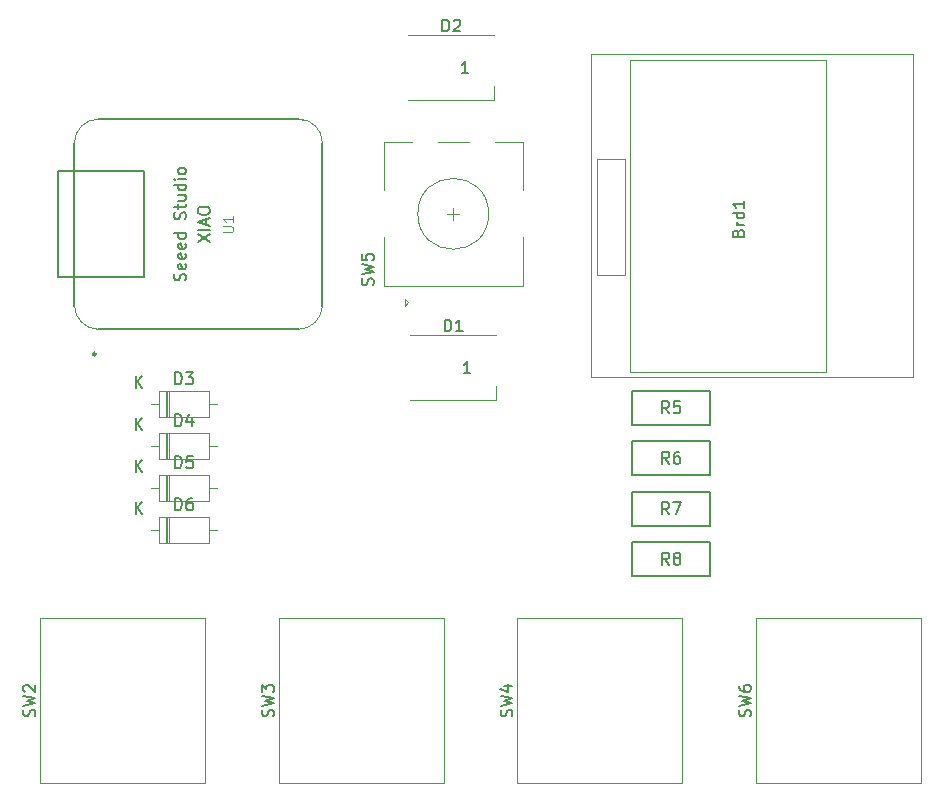
<source format=gbr>
%TF.GenerationSoftware,KiCad,Pcbnew,7.0.10*%
%TF.CreationDate,2024-10-20T20:49:14-04:00*%
%TF.ProjectId,Watch_Hackpad,57617463-685f-4486-9163-6b7061642e6b,rev?*%
%TF.SameCoordinates,Original*%
%TF.FileFunction,Legend,Top*%
%TF.FilePolarity,Positive*%
%FSLAX46Y46*%
G04 Gerber Fmt 4.6, Leading zero omitted, Abs format (unit mm)*
G04 Created by KiCad (PCBNEW 7.0.10) date 2024-10-20 20:49:14*
%MOMM*%
%LPD*%
G01*
G04 APERTURE LIST*
%ADD10C,0.150000*%
%ADD11C,0.101600*%
%ADD12C,0.120000*%
%ADD13C,0.127000*%
%ADD14C,0.254000*%
%ADD15C,0.025400*%
%ADD16C,0.152400*%
G04 APERTURE END LIST*
D10*
X191336905Y-62879819D02*
X191336905Y-61879819D01*
X191336905Y-61879819D02*
X191575000Y-61879819D01*
X191575000Y-61879819D02*
X191717857Y-61927438D01*
X191717857Y-61927438D02*
X191813095Y-62022676D01*
X191813095Y-62022676D02*
X191860714Y-62117914D01*
X191860714Y-62117914D02*
X191908333Y-62308390D01*
X191908333Y-62308390D02*
X191908333Y-62451247D01*
X191908333Y-62451247D02*
X191860714Y-62641723D01*
X191860714Y-62641723D02*
X191813095Y-62736961D01*
X191813095Y-62736961D02*
X191717857Y-62832200D01*
X191717857Y-62832200D02*
X191575000Y-62879819D01*
X191575000Y-62879819D02*
X191336905Y-62879819D01*
X192860714Y-62879819D02*
X192289286Y-62879819D01*
X192575000Y-62879819D02*
X192575000Y-61879819D01*
X192575000Y-61879819D02*
X192479762Y-62022676D01*
X192479762Y-62022676D02*
X192384524Y-62117914D01*
X192384524Y-62117914D02*
X192289286Y-62165533D01*
X193535714Y-66404819D02*
X192964286Y-66404819D01*
X193250000Y-66404819D02*
X193250000Y-65404819D01*
X193250000Y-65404819D02*
X193154762Y-65547676D01*
X193154762Y-65547676D02*
X193059524Y-65642914D01*
X193059524Y-65642914D02*
X192964286Y-65690533D01*
D11*
X172556985Y-54477333D02*
X173276652Y-54477333D01*
X173276652Y-54477333D02*
X173361318Y-54435000D01*
X173361318Y-54435000D02*
X173403652Y-54392666D01*
X173403652Y-54392666D02*
X173445985Y-54308000D01*
X173445985Y-54308000D02*
X173445985Y-54138666D01*
X173445985Y-54138666D02*
X173403652Y-54054000D01*
X173403652Y-54054000D02*
X173361318Y-54011666D01*
X173361318Y-54011666D02*
X173276652Y-53969333D01*
X173276652Y-53969333D02*
X172556985Y-53969333D01*
X173445985Y-53080333D02*
X173445985Y-53588333D01*
X173445985Y-53334333D02*
X172556985Y-53334333D01*
X172556985Y-53334333D02*
X172683985Y-53419000D01*
X172683985Y-53419000D02*
X172768652Y-53503667D01*
X172768652Y-53503667D02*
X172810985Y-53588333D01*
D10*
X169407200Y-58561904D02*
X169454819Y-58419047D01*
X169454819Y-58419047D02*
X169454819Y-58180952D01*
X169454819Y-58180952D02*
X169407200Y-58085714D01*
X169407200Y-58085714D02*
X169359580Y-58038095D01*
X169359580Y-58038095D02*
X169264342Y-57990476D01*
X169264342Y-57990476D02*
X169169104Y-57990476D01*
X169169104Y-57990476D02*
X169073866Y-58038095D01*
X169073866Y-58038095D02*
X169026247Y-58085714D01*
X169026247Y-58085714D02*
X168978628Y-58180952D01*
X168978628Y-58180952D02*
X168931009Y-58371428D01*
X168931009Y-58371428D02*
X168883390Y-58466666D01*
X168883390Y-58466666D02*
X168835771Y-58514285D01*
X168835771Y-58514285D02*
X168740533Y-58561904D01*
X168740533Y-58561904D02*
X168645295Y-58561904D01*
X168645295Y-58561904D02*
X168550057Y-58514285D01*
X168550057Y-58514285D02*
X168502438Y-58466666D01*
X168502438Y-58466666D02*
X168454819Y-58371428D01*
X168454819Y-58371428D02*
X168454819Y-58133333D01*
X168454819Y-58133333D02*
X168502438Y-57990476D01*
X169407200Y-57180952D02*
X169454819Y-57276190D01*
X169454819Y-57276190D02*
X169454819Y-57466666D01*
X169454819Y-57466666D02*
X169407200Y-57561904D01*
X169407200Y-57561904D02*
X169311961Y-57609523D01*
X169311961Y-57609523D02*
X168931009Y-57609523D01*
X168931009Y-57609523D02*
X168835771Y-57561904D01*
X168835771Y-57561904D02*
X168788152Y-57466666D01*
X168788152Y-57466666D02*
X168788152Y-57276190D01*
X168788152Y-57276190D02*
X168835771Y-57180952D01*
X168835771Y-57180952D02*
X168931009Y-57133333D01*
X168931009Y-57133333D02*
X169026247Y-57133333D01*
X169026247Y-57133333D02*
X169121485Y-57609523D01*
X169407200Y-56323809D02*
X169454819Y-56419047D01*
X169454819Y-56419047D02*
X169454819Y-56609523D01*
X169454819Y-56609523D02*
X169407200Y-56704761D01*
X169407200Y-56704761D02*
X169311961Y-56752380D01*
X169311961Y-56752380D02*
X168931009Y-56752380D01*
X168931009Y-56752380D02*
X168835771Y-56704761D01*
X168835771Y-56704761D02*
X168788152Y-56609523D01*
X168788152Y-56609523D02*
X168788152Y-56419047D01*
X168788152Y-56419047D02*
X168835771Y-56323809D01*
X168835771Y-56323809D02*
X168931009Y-56276190D01*
X168931009Y-56276190D02*
X169026247Y-56276190D01*
X169026247Y-56276190D02*
X169121485Y-56752380D01*
X169407200Y-55466666D02*
X169454819Y-55561904D01*
X169454819Y-55561904D02*
X169454819Y-55752380D01*
X169454819Y-55752380D02*
X169407200Y-55847618D01*
X169407200Y-55847618D02*
X169311961Y-55895237D01*
X169311961Y-55895237D02*
X168931009Y-55895237D01*
X168931009Y-55895237D02*
X168835771Y-55847618D01*
X168835771Y-55847618D02*
X168788152Y-55752380D01*
X168788152Y-55752380D02*
X168788152Y-55561904D01*
X168788152Y-55561904D02*
X168835771Y-55466666D01*
X168835771Y-55466666D02*
X168931009Y-55419047D01*
X168931009Y-55419047D02*
X169026247Y-55419047D01*
X169026247Y-55419047D02*
X169121485Y-55895237D01*
X169454819Y-54561904D02*
X168454819Y-54561904D01*
X169407200Y-54561904D02*
X169454819Y-54657142D01*
X169454819Y-54657142D02*
X169454819Y-54847618D01*
X169454819Y-54847618D02*
X169407200Y-54942856D01*
X169407200Y-54942856D02*
X169359580Y-54990475D01*
X169359580Y-54990475D02*
X169264342Y-55038094D01*
X169264342Y-55038094D02*
X168978628Y-55038094D01*
X168978628Y-55038094D02*
X168883390Y-54990475D01*
X168883390Y-54990475D02*
X168835771Y-54942856D01*
X168835771Y-54942856D02*
X168788152Y-54847618D01*
X168788152Y-54847618D02*
X168788152Y-54657142D01*
X168788152Y-54657142D02*
X168835771Y-54561904D01*
X169407200Y-53371427D02*
X169454819Y-53228570D01*
X169454819Y-53228570D02*
X169454819Y-52990475D01*
X169454819Y-52990475D02*
X169407200Y-52895237D01*
X169407200Y-52895237D02*
X169359580Y-52847618D01*
X169359580Y-52847618D02*
X169264342Y-52799999D01*
X169264342Y-52799999D02*
X169169104Y-52799999D01*
X169169104Y-52799999D02*
X169073866Y-52847618D01*
X169073866Y-52847618D02*
X169026247Y-52895237D01*
X169026247Y-52895237D02*
X168978628Y-52990475D01*
X168978628Y-52990475D02*
X168931009Y-53180951D01*
X168931009Y-53180951D02*
X168883390Y-53276189D01*
X168883390Y-53276189D02*
X168835771Y-53323808D01*
X168835771Y-53323808D02*
X168740533Y-53371427D01*
X168740533Y-53371427D02*
X168645295Y-53371427D01*
X168645295Y-53371427D02*
X168550057Y-53323808D01*
X168550057Y-53323808D02*
X168502438Y-53276189D01*
X168502438Y-53276189D02*
X168454819Y-53180951D01*
X168454819Y-53180951D02*
X168454819Y-52942856D01*
X168454819Y-52942856D02*
X168502438Y-52799999D01*
X168788152Y-52514284D02*
X168788152Y-52133332D01*
X168454819Y-52371427D02*
X169311961Y-52371427D01*
X169311961Y-52371427D02*
X169407200Y-52323808D01*
X169407200Y-52323808D02*
X169454819Y-52228570D01*
X169454819Y-52228570D02*
X169454819Y-52133332D01*
X168788152Y-51371427D02*
X169454819Y-51371427D01*
X168788152Y-51799998D02*
X169311961Y-51799998D01*
X169311961Y-51799998D02*
X169407200Y-51752379D01*
X169407200Y-51752379D02*
X169454819Y-51657141D01*
X169454819Y-51657141D02*
X169454819Y-51514284D01*
X169454819Y-51514284D02*
X169407200Y-51419046D01*
X169407200Y-51419046D02*
X169359580Y-51371427D01*
X169454819Y-50466665D02*
X168454819Y-50466665D01*
X169407200Y-50466665D02*
X169454819Y-50561903D01*
X169454819Y-50561903D02*
X169454819Y-50752379D01*
X169454819Y-50752379D02*
X169407200Y-50847617D01*
X169407200Y-50847617D02*
X169359580Y-50895236D01*
X169359580Y-50895236D02*
X169264342Y-50942855D01*
X169264342Y-50942855D02*
X168978628Y-50942855D01*
X168978628Y-50942855D02*
X168883390Y-50895236D01*
X168883390Y-50895236D02*
X168835771Y-50847617D01*
X168835771Y-50847617D02*
X168788152Y-50752379D01*
X168788152Y-50752379D02*
X168788152Y-50561903D01*
X168788152Y-50561903D02*
X168835771Y-50466665D01*
X169454819Y-49990474D02*
X168788152Y-49990474D01*
X168454819Y-49990474D02*
X168502438Y-50038093D01*
X168502438Y-50038093D02*
X168550057Y-49990474D01*
X168550057Y-49990474D02*
X168502438Y-49942855D01*
X168502438Y-49942855D02*
X168454819Y-49990474D01*
X168454819Y-49990474D02*
X168550057Y-49990474D01*
X169454819Y-49371427D02*
X169407200Y-49466665D01*
X169407200Y-49466665D02*
X169359580Y-49514284D01*
X169359580Y-49514284D02*
X169264342Y-49561903D01*
X169264342Y-49561903D02*
X168978628Y-49561903D01*
X168978628Y-49561903D02*
X168883390Y-49514284D01*
X168883390Y-49514284D02*
X168835771Y-49466665D01*
X168835771Y-49466665D02*
X168788152Y-49371427D01*
X168788152Y-49371427D02*
X168788152Y-49228570D01*
X168788152Y-49228570D02*
X168835771Y-49133332D01*
X168835771Y-49133332D02*
X168883390Y-49085713D01*
X168883390Y-49085713D02*
X168978628Y-49038094D01*
X168978628Y-49038094D02*
X169264342Y-49038094D01*
X169264342Y-49038094D02*
X169359580Y-49085713D01*
X169359580Y-49085713D02*
X169407200Y-49133332D01*
X169407200Y-49133332D02*
X169454819Y-49228570D01*
X169454819Y-49228570D02*
X169454819Y-49371427D01*
X170454819Y-55323808D02*
X171454819Y-54657142D01*
X170454819Y-54657142D02*
X171454819Y-55323808D01*
X171454819Y-54276189D02*
X170454819Y-54276189D01*
X171169104Y-53847618D02*
X171169104Y-53371428D01*
X171454819Y-53942856D02*
X170454819Y-53609523D01*
X170454819Y-53609523D02*
X171454819Y-53276190D01*
X170454819Y-52752380D02*
X170454819Y-52561904D01*
X170454819Y-52561904D02*
X170502438Y-52466666D01*
X170502438Y-52466666D02*
X170597676Y-52371428D01*
X170597676Y-52371428D02*
X170788152Y-52323809D01*
X170788152Y-52323809D02*
X171121485Y-52323809D01*
X171121485Y-52323809D02*
X171311961Y-52371428D01*
X171311961Y-52371428D02*
X171407200Y-52466666D01*
X171407200Y-52466666D02*
X171454819Y-52561904D01*
X171454819Y-52561904D02*
X171454819Y-52752380D01*
X171454819Y-52752380D02*
X171407200Y-52847618D01*
X171407200Y-52847618D02*
X171311961Y-52942856D01*
X171311961Y-52942856D02*
X171121485Y-52990475D01*
X171121485Y-52990475D02*
X170788152Y-52990475D01*
X170788152Y-52990475D02*
X170597676Y-52942856D01*
X170597676Y-52942856D02*
X170502438Y-52847618D01*
X170502438Y-52847618D02*
X170454819Y-52752380D01*
X168526905Y-78009819D02*
X168526905Y-77009819D01*
X168526905Y-77009819D02*
X168765000Y-77009819D01*
X168765000Y-77009819D02*
X168907857Y-77057438D01*
X168907857Y-77057438D02*
X169003095Y-77152676D01*
X169003095Y-77152676D02*
X169050714Y-77247914D01*
X169050714Y-77247914D02*
X169098333Y-77438390D01*
X169098333Y-77438390D02*
X169098333Y-77581247D01*
X169098333Y-77581247D02*
X169050714Y-77771723D01*
X169050714Y-77771723D02*
X169003095Y-77866961D01*
X169003095Y-77866961D02*
X168907857Y-77962200D01*
X168907857Y-77962200D02*
X168765000Y-78009819D01*
X168765000Y-78009819D02*
X168526905Y-78009819D01*
X169955476Y-77009819D02*
X169765000Y-77009819D01*
X169765000Y-77009819D02*
X169669762Y-77057438D01*
X169669762Y-77057438D02*
X169622143Y-77105057D01*
X169622143Y-77105057D02*
X169526905Y-77247914D01*
X169526905Y-77247914D02*
X169479286Y-77438390D01*
X169479286Y-77438390D02*
X169479286Y-77819342D01*
X169479286Y-77819342D02*
X169526905Y-77914580D01*
X169526905Y-77914580D02*
X169574524Y-77962200D01*
X169574524Y-77962200D02*
X169669762Y-78009819D01*
X169669762Y-78009819D02*
X169860238Y-78009819D01*
X169860238Y-78009819D02*
X169955476Y-77962200D01*
X169955476Y-77962200D02*
X170003095Y-77914580D01*
X170003095Y-77914580D02*
X170050714Y-77819342D01*
X170050714Y-77819342D02*
X170050714Y-77581247D01*
X170050714Y-77581247D02*
X170003095Y-77486009D01*
X170003095Y-77486009D02*
X169955476Y-77438390D01*
X169955476Y-77438390D02*
X169860238Y-77390771D01*
X169860238Y-77390771D02*
X169669762Y-77390771D01*
X169669762Y-77390771D02*
X169574524Y-77438390D01*
X169574524Y-77438390D02*
X169526905Y-77486009D01*
X169526905Y-77486009D02*
X169479286Y-77581247D01*
X165193095Y-78329819D02*
X165193095Y-77329819D01*
X165764523Y-78329819D02*
X165335952Y-77758390D01*
X165764523Y-77329819D02*
X165193095Y-77901247D01*
X168526905Y-67359819D02*
X168526905Y-66359819D01*
X168526905Y-66359819D02*
X168765000Y-66359819D01*
X168765000Y-66359819D02*
X168907857Y-66407438D01*
X168907857Y-66407438D02*
X169003095Y-66502676D01*
X169003095Y-66502676D02*
X169050714Y-66597914D01*
X169050714Y-66597914D02*
X169098333Y-66788390D01*
X169098333Y-66788390D02*
X169098333Y-66931247D01*
X169098333Y-66931247D02*
X169050714Y-67121723D01*
X169050714Y-67121723D02*
X169003095Y-67216961D01*
X169003095Y-67216961D02*
X168907857Y-67312200D01*
X168907857Y-67312200D02*
X168765000Y-67359819D01*
X168765000Y-67359819D02*
X168526905Y-67359819D01*
X169431667Y-66359819D02*
X170050714Y-66359819D01*
X170050714Y-66359819D02*
X169717381Y-66740771D01*
X169717381Y-66740771D02*
X169860238Y-66740771D01*
X169860238Y-66740771D02*
X169955476Y-66788390D01*
X169955476Y-66788390D02*
X170003095Y-66836009D01*
X170003095Y-66836009D02*
X170050714Y-66931247D01*
X170050714Y-66931247D02*
X170050714Y-67169342D01*
X170050714Y-67169342D02*
X170003095Y-67264580D01*
X170003095Y-67264580D02*
X169955476Y-67312200D01*
X169955476Y-67312200D02*
X169860238Y-67359819D01*
X169860238Y-67359819D02*
X169574524Y-67359819D01*
X169574524Y-67359819D02*
X169479286Y-67312200D01*
X169479286Y-67312200D02*
X169431667Y-67264580D01*
X165193095Y-67679819D02*
X165193095Y-66679819D01*
X165764523Y-67679819D02*
X165335952Y-67108390D01*
X165764523Y-66679819D02*
X165193095Y-67251247D01*
X156633200Y-95478332D02*
X156680819Y-95335475D01*
X156680819Y-95335475D02*
X156680819Y-95097380D01*
X156680819Y-95097380D02*
X156633200Y-95002142D01*
X156633200Y-95002142D02*
X156585580Y-94954523D01*
X156585580Y-94954523D02*
X156490342Y-94906904D01*
X156490342Y-94906904D02*
X156395104Y-94906904D01*
X156395104Y-94906904D02*
X156299866Y-94954523D01*
X156299866Y-94954523D02*
X156252247Y-95002142D01*
X156252247Y-95002142D02*
X156204628Y-95097380D01*
X156204628Y-95097380D02*
X156157009Y-95287856D01*
X156157009Y-95287856D02*
X156109390Y-95383094D01*
X156109390Y-95383094D02*
X156061771Y-95430713D01*
X156061771Y-95430713D02*
X155966533Y-95478332D01*
X155966533Y-95478332D02*
X155871295Y-95478332D01*
X155871295Y-95478332D02*
X155776057Y-95430713D01*
X155776057Y-95430713D02*
X155728438Y-95383094D01*
X155728438Y-95383094D02*
X155680819Y-95287856D01*
X155680819Y-95287856D02*
X155680819Y-95049761D01*
X155680819Y-95049761D02*
X155728438Y-94906904D01*
X155680819Y-94573570D02*
X156680819Y-94335475D01*
X156680819Y-94335475D02*
X155966533Y-94144999D01*
X155966533Y-94144999D02*
X156680819Y-93954523D01*
X156680819Y-93954523D02*
X155680819Y-93716428D01*
X155776057Y-93383094D02*
X155728438Y-93335475D01*
X155728438Y-93335475D02*
X155680819Y-93240237D01*
X155680819Y-93240237D02*
X155680819Y-93002142D01*
X155680819Y-93002142D02*
X155728438Y-92906904D01*
X155728438Y-92906904D02*
X155776057Y-92859285D01*
X155776057Y-92859285D02*
X155871295Y-92811666D01*
X155871295Y-92811666D02*
X155966533Y-92811666D01*
X155966533Y-92811666D02*
X156109390Y-92859285D01*
X156109390Y-92859285D02*
X156680819Y-93430713D01*
X156680819Y-93430713D02*
X156680819Y-92811666D01*
X216210009Y-54541666D02*
X216257628Y-54398809D01*
X216257628Y-54398809D02*
X216305247Y-54351190D01*
X216305247Y-54351190D02*
X216400485Y-54303571D01*
X216400485Y-54303571D02*
X216543342Y-54303571D01*
X216543342Y-54303571D02*
X216638580Y-54351190D01*
X216638580Y-54351190D02*
X216686200Y-54398809D01*
X216686200Y-54398809D02*
X216733819Y-54494047D01*
X216733819Y-54494047D02*
X216733819Y-54874999D01*
X216733819Y-54874999D02*
X215733819Y-54874999D01*
X215733819Y-54874999D02*
X215733819Y-54541666D01*
X215733819Y-54541666D02*
X215781438Y-54446428D01*
X215781438Y-54446428D02*
X215829057Y-54398809D01*
X215829057Y-54398809D02*
X215924295Y-54351190D01*
X215924295Y-54351190D02*
X216019533Y-54351190D01*
X216019533Y-54351190D02*
X216114771Y-54398809D01*
X216114771Y-54398809D02*
X216162390Y-54446428D01*
X216162390Y-54446428D02*
X216210009Y-54541666D01*
X216210009Y-54541666D02*
X216210009Y-54874999D01*
X216733819Y-53874999D02*
X216067152Y-53874999D01*
X216257628Y-53874999D02*
X216162390Y-53827380D01*
X216162390Y-53827380D02*
X216114771Y-53779761D01*
X216114771Y-53779761D02*
X216067152Y-53684523D01*
X216067152Y-53684523D02*
X216067152Y-53589285D01*
X216733819Y-52827380D02*
X215733819Y-52827380D01*
X216686200Y-52827380D02*
X216733819Y-52922618D01*
X216733819Y-52922618D02*
X216733819Y-53113094D01*
X216733819Y-53113094D02*
X216686200Y-53208332D01*
X216686200Y-53208332D02*
X216638580Y-53255951D01*
X216638580Y-53255951D02*
X216543342Y-53303570D01*
X216543342Y-53303570D02*
X216257628Y-53303570D01*
X216257628Y-53303570D02*
X216162390Y-53255951D01*
X216162390Y-53255951D02*
X216114771Y-53208332D01*
X216114771Y-53208332D02*
X216067152Y-53113094D01*
X216067152Y-53113094D02*
X216067152Y-52922618D01*
X216067152Y-52922618D02*
X216114771Y-52827380D01*
X216733819Y-51827380D02*
X216733819Y-52398808D01*
X216733819Y-52113094D02*
X215733819Y-52113094D01*
X215733819Y-52113094D02*
X215876676Y-52208332D01*
X215876676Y-52208332D02*
X215971914Y-52303570D01*
X215971914Y-52303570D02*
X216019533Y-52398808D01*
X168526905Y-70909819D02*
X168526905Y-69909819D01*
X168526905Y-69909819D02*
X168765000Y-69909819D01*
X168765000Y-69909819D02*
X168907857Y-69957438D01*
X168907857Y-69957438D02*
X169003095Y-70052676D01*
X169003095Y-70052676D02*
X169050714Y-70147914D01*
X169050714Y-70147914D02*
X169098333Y-70338390D01*
X169098333Y-70338390D02*
X169098333Y-70481247D01*
X169098333Y-70481247D02*
X169050714Y-70671723D01*
X169050714Y-70671723D02*
X169003095Y-70766961D01*
X169003095Y-70766961D02*
X168907857Y-70862200D01*
X168907857Y-70862200D02*
X168765000Y-70909819D01*
X168765000Y-70909819D02*
X168526905Y-70909819D01*
X169955476Y-70243152D02*
X169955476Y-70909819D01*
X169717381Y-69862200D02*
X169479286Y-70576485D01*
X169479286Y-70576485D02*
X170098333Y-70576485D01*
X165193095Y-71229819D02*
X165193095Y-70229819D01*
X165764523Y-71229819D02*
X165335952Y-70658390D01*
X165764523Y-70229819D02*
X165193095Y-70801247D01*
X168526905Y-74459819D02*
X168526905Y-73459819D01*
X168526905Y-73459819D02*
X168765000Y-73459819D01*
X168765000Y-73459819D02*
X168907857Y-73507438D01*
X168907857Y-73507438D02*
X169003095Y-73602676D01*
X169003095Y-73602676D02*
X169050714Y-73697914D01*
X169050714Y-73697914D02*
X169098333Y-73888390D01*
X169098333Y-73888390D02*
X169098333Y-74031247D01*
X169098333Y-74031247D02*
X169050714Y-74221723D01*
X169050714Y-74221723D02*
X169003095Y-74316961D01*
X169003095Y-74316961D02*
X168907857Y-74412200D01*
X168907857Y-74412200D02*
X168765000Y-74459819D01*
X168765000Y-74459819D02*
X168526905Y-74459819D01*
X170003095Y-73459819D02*
X169526905Y-73459819D01*
X169526905Y-73459819D02*
X169479286Y-73936009D01*
X169479286Y-73936009D02*
X169526905Y-73888390D01*
X169526905Y-73888390D02*
X169622143Y-73840771D01*
X169622143Y-73840771D02*
X169860238Y-73840771D01*
X169860238Y-73840771D02*
X169955476Y-73888390D01*
X169955476Y-73888390D02*
X170003095Y-73936009D01*
X170003095Y-73936009D02*
X170050714Y-74031247D01*
X170050714Y-74031247D02*
X170050714Y-74269342D01*
X170050714Y-74269342D02*
X170003095Y-74364580D01*
X170003095Y-74364580D02*
X169955476Y-74412200D01*
X169955476Y-74412200D02*
X169860238Y-74459819D01*
X169860238Y-74459819D02*
X169622143Y-74459819D01*
X169622143Y-74459819D02*
X169526905Y-74412200D01*
X169526905Y-74412200D02*
X169479286Y-74364580D01*
X165193095Y-74779819D02*
X165193095Y-73779819D01*
X165764523Y-74779819D02*
X165335952Y-74208390D01*
X165764523Y-73779819D02*
X165193095Y-74351247D01*
X185282200Y-58958332D02*
X185329819Y-58815475D01*
X185329819Y-58815475D02*
X185329819Y-58577380D01*
X185329819Y-58577380D02*
X185282200Y-58482142D01*
X185282200Y-58482142D02*
X185234580Y-58434523D01*
X185234580Y-58434523D02*
X185139342Y-58386904D01*
X185139342Y-58386904D02*
X185044104Y-58386904D01*
X185044104Y-58386904D02*
X184948866Y-58434523D01*
X184948866Y-58434523D02*
X184901247Y-58482142D01*
X184901247Y-58482142D02*
X184853628Y-58577380D01*
X184853628Y-58577380D02*
X184806009Y-58767856D01*
X184806009Y-58767856D02*
X184758390Y-58863094D01*
X184758390Y-58863094D02*
X184710771Y-58910713D01*
X184710771Y-58910713D02*
X184615533Y-58958332D01*
X184615533Y-58958332D02*
X184520295Y-58958332D01*
X184520295Y-58958332D02*
X184425057Y-58910713D01*
X184425057Y-58910713D02*
X184377438Y-58863094D01*
X184377438Y-58863094D02*
X184329819Y-58767856D01*
X184329819Y-58767856D02*
X184329819Y-58529761D01*
X184329819Y-58529761D02*
X184377438Y-58386904D01*
X184329819Y-58053570D02*
X185329819Y-57815475D01*
X185329819Y-57815475D02*
X184615533Y-57624999D01*
X184615533Y-57624999D02*
X185329819Y-57434523D01*
X185329819Y-57434523D02*
X184329819Y-57196428D01*
X184329819Y-56339285D02*
X184329819Y-56815475D01*
X184329819Y-56815475D02*
X184806009Y-56863094D01*
X184806009Y-56863094D02*
X184758390Y-56815475D01*
X184758390Y-56815475D02*
X184710771Y-56720237D01*
X184710771Y-56720237D02*
X184710771Y-56482142D01*
X184710771Y-56482142D02*
X184758390Y-56386904D01*
X184758390Y-56386904D02*
X184806009Y-56339285D01*
X184806009Y-56339285D02*
X184901247Y-56291666D01*
X184901247Y-56291666D02*
X185139342Y-56291666D01*
X185139342Y-56291666D02*
X185234580Y-56339285D01*
X185234580Y-56339285D02*
X185282200Y-56386904D01*
X185282200Y-56386904D02*
X185329819Y-56482142D01*
X185329819Y-56482142D02*
X185329819Y-56720237D01*
X185329819Y-56720237D02*
X185282200Y-56815475D01*
X185282200Y-56815475D02*
X185234580Y-56863094D01*
X217233200Y-95478332D02*
X217280819Y-95335475D01*
X217280819Y-95335475D02*
X217280819Y-95097380D01*
X217280819Y-95097380D02*
X217233200Y-95002142D01*
X217233200Y-95002142D02*
X217185580Y-94954523D01*
X217185580Y-94954523D02*
X217090342Y-94906904D01*
X217090342Y-94906904D02*
X216995104Y-94906904D01*
X216995104Y-94906904D02*
X216899866Y-94954523D01*
X216899866Y-94954523D02*
X216852247Y-95002142D01*
X216852247Y-95002142D02*
X216804628Y-95097380D01*
X216804628Y-95097380D02*
X216757009Y-95287856D01*
X216757009Y-95287856D02*
X216709390Y-95383094D01*
X216709390Y-95383094D02*
X216661771Y-95430713D01*
X216661771Y-95430713D02*
X216566533Y-95478332D01*
X216566533Y-95478332D02*
X216471295Y-95478332D01*
X216471295Y-95478332D02*
X216376057Y-95430713D01*
X216376057Y-95430713D02*
X216328438Y-95383094D01*
X216328438Y-95383094D02*
X216280819Y-95287856D01*
X216280819Y-95287856D02*
X216280819Y-95049761D01*
X216280819Y-95049761D02*
X216328438Y-94906904D01*
X216280819Y-94573570D02*
X217280819Y-94335475D01*
X217280819Y-94335475D02*
X216566533Y-94144999D01*
X216566533Y-94144999D02*
X217280819Y-93954523D01*
X217280819Y-93954523D02*
X216280819Y-93716428D01*
X216280819Y-92906904D02*
X216280819Y-93097380D01*
X216280819Y-93097380D02*
X216328438Y-93192618D01*
X216328438Y-93192618D02*
X216376057Y-93240237D01*
X216376057Y-93240237D02*
X216518914Y-93335475D01*
X216518914Y-93335475D02*
X216709390Y-93383094D01*
X216709390Y-93383094D02*
X217090342Y-93383094D01*
X217090342Y-93383094D02*
X217185580Y-93335475D01*
X217185580Y-93335475D02*
X217233200Y-93287856D01*
X217233200Y-93287856D02*
X217280819Y-93192618D01*
X217280819Y-93192618D02*
X217280819Y-93002142D01*
X217280819Y-93002142D02*
X217233200Y-92906904D01*
X217233200Y-92906904D02*
X217185580Y-92859285D01*
X217185580Y-92859285D02*
X217090342Y-92811666D01*
X217090342Y-92811666D02*
X216852247Y-92811666D01*
X216852247Y-92811666D02*
X216757009Y-92859285D01*
X216757009Y-92859285D02*
X216709390Y-92906904D01*
X216709390Y-92906904D02*
X216661771Y-93002142D01*
X216661771Y-93002142D02*
X216661771Y-93192618D01*
X216661771Y-93192618D02*
X216709390Y-93287856D01*
X216709390Y-93287856D02*
X216757009Y-93335475D01*
X216757009Y-93335475D02*
X216852247Y-93383094D01*
X210358333Y-78354819D02*
X210025000Y-77878628D01*
X209786905Y-78354819D02*
X209786905Y-77354819D01*
X209786905Y-77354819D02*
X210167857Y-77354819D01*
X210167857Y-77354819D02*
X210263095Y-77402438D01*
X210263095Y-77402438D02*
X210310714Y-77450057D01*
X210310714Y-77450057D02*
X210358333Y-77545295D01*
X210358333Y-77545295D02*
X210358333Y-77688152D01*
X210358333Y-77688152D02*
X210310714Y-77783390D01*
X210310714Y-77783390D02*
X210263095Y-77831009D01*
X210263095Y-77831009D02*
X210167857Y-77878628D01*
X210167857Y-77878628D02*
X209786905Y-77878628D01*
X210691667Y-77354819D02*
X211358333Y-77354819D01*
X211358333Y-77354819D02*
X210929762Y-78354819D01*
X210358333Y-82631419D02*
X210025000Y-82155228D01*
X209786905Y-82631419D02*
X209786905Y-81631419D01*
X209786905Y-81631419D02*
X210167857Y-81631419D01*
X210167857Y-81631419D02*
X210263095Y-81679038D01*
X210263095Y-81679038D02*
X210310714Y-81726657D01*
X210310714Y-81726657D02*
X210358333Y-81821895D01*
X210358333Y-81821895D02*
X210358333Y-81964752D01*
X210358333Y-81964752D02*
X210310714Y-82059990D01*
X210310714Y-82059990D02*
X210263095Y-82107609D01*
X210263095Y-82107609D02*
X210167857Y-82155228D01*
X210167857Y-82155228D02*
X209786905Y-82155228D01*
X210929762Y-82059990D02*
X210834524Y-82012371D01*
X210834524Y-82012371D02*
X210786905Y-81964752D01*
X210786905Y-81964752D02*
X210739286Y-81869514D01*
X210739286Y-81869514D02*
X210739286Y-81821895D01*
X210739286Y-81821895D02*
X210786905Y-81726657D01*
X210786905Y-81726657D02*
X210834524Y-81679038D01*
X210834524Y-81679038D02*
X210929762Y-81631419D01*
X210929762Y-81631419D02*
X211120238Y-81631419D01*
X211120238Y-81631419D02*
X211215476Y-81679038D01*
X211215476Y-81679038D02*
X211263095Y-81726657D01*
X211263095Y-81726657D02*
X211310714Y-81821895D01*
X211310714Y-81821895D02*
X211310714Y-81869514D01*
X211310714Y-81869514D02*
X211263095Y-81964752D01*
X211263095Y-81964752D02*
X211215476Y-82012371D01*
X211215476Y-82012371D02*
X211120238Y-82059990D01*
X211120238Y-82059990D02*
X210929762Y-82059990D01*
X210929762Y-82059990D02*
X210834524Y-82107609D01*
X210834524Y-82107609D02*
X210786905Y-82155228D01*
X210786905Y-82155228D02*
X210739286Y-82250466D01*
X210739286Y-82250466D02*
X210739286Y-82440942D01*
X210739286Y-82440942D02*
X210786905Y-82536180D01*
X210786905Y-82536180D02*
X210834524Y-82583800D01*
X210834524Y-82583800D02*
X210929762Y-82631419D01*
X210929762Y-82631419D02*
X211120238Y-82631419D01*
X211120238Y-82631419D02*
X211215476Y-82583800D01*
X211215476Y-82583800D02*
X211263095Y-82536180D01*
X211263095Y-82536180D02*
X211310714Y-82440942D01*
X211310714Y-82440942D02*
X211310714Y-82250466D01*
X211310714Y-82250466D02*
X211263095Y-82155228D01*
X211263095Y-82155228D02*
X211215476Y-82107609D01*
X211215476Y-82107609D02*
X211120238Y-82059990D01*
X210358333Y-69801619D02*
X210025000Y-69325428D01*
X209786905Y-69801619D02*
X209786905Y-68801619D01*
X209786905Y-68801619D02*
X210167857Y-68801619D01*
X210167857Y-68801619D02*
X210263095Y-68849238D01*
X210263095Y-68849238D02*
X210310714Y-68896857D01*
X210310714Y-68896857D02*
X210358333Y-68992095D01*
X210358333Y-68992095D02*
X210358333Y-69134952D01*
X210358333Y-69134952D02*
X210310714Y-69230190D01*
X210310714Y-69230190D02*
X210263095Y-69277809D01*
X210263095Y-69277809D02*
X210167857Y-69325428D01*
X210167857Y-69325428D02*
X209786905Y-69325428D01*
X211263095Y-68801619D02*
X210786905Y-68801619D01*
X210786905Y-68801619D02*
X210739286Y-69277809D01*
X210739286Y-69277809D02*
X210786905Y-69230190D01*
X210786905Y-69230190D02*
X210882143Y-69182571D01*
X210882143Y-69182571D02*
X211120238Y-69182571D01*
X211120238Y-69182571D02*
X211215476Y-69230190D01*
X211215476Y-69230190D02*
X211263095Y-69277809D01*
X211263095Y-69277809D02*
X211310714Y-69373047D01*
X211310714Y-69373047D02*
X211310714Y-69611142D01*
X211310714Y-69611142D02*
X211263095Y-69706380D01*
X211263095Y-69706380D02*
X211215476Y-69754000D01*
X211215476Y-69754000D02*
X211120238Y-69801619D01*
X211120238Y-69801619D02*
X210882143Y-69801619D01*
X210882143Y-69801619D02*
X210786905Y-69754000D01*
X210786905Y-69754000D02*
X210739286Y-69706380D01*
X210358333Y-74078219D02*
X210025000Y-73602028D01*
X209786905Y-74078219D02*
X209786905Y-73078219D01*
X209786905Y-73078219D02*
X210167857Y-73078219D01*
X210167857Y-73078219D02*
X210263095Y-73125838D01*
X210263095Y-73125838D02*
X210310714Y-73173457D01*
X210310714Y-73173457D02*
X210358333Y-73268695D01*
X210358333Y-73268695D02*
X210358333Y-73411552D01*
X210358333Y-73411552D02*
X210310714Y-73506790D01*
X210310714Y-73506790D02*
X210263095Y-73554409D01*
X210263095Y-73554409D02*
X210167857Y-73602028D01*
X210167857Y-73602028D02*
X209786905Y-73602028D01*
X211215476Y-73078219D02*
X211025000Y-73078219D01*
X211025000Y-73078219D02*
X210929762Y-73125838D01*
X210929762Y-73125838D02*
X210882143Y-73173457D01*
X210882143Y-73173457D02*
X210786905Y-73316314D01*
X210786905Y-73316314D02*
X210739286Y-73506790D01*
X210739286Y-73506790D02*
X210739286Y-73887742D01*
X210739286Y-73887742D02*
X210786905Y-73982980D01*
X210786905Y-73982980D02*
X210834524Y-74030600D01*
X210834524Y-74030600D02*
X210929762Y-74078219D01*
X210929762Y-74078219D02*
X211120238Y-74078219D01*
X211120238Y-74078219D02*
X211215476Y-74030600D01*
X211215476Y-74030600D02*
X211263095Y-73982980D01*
X211263095Y-73982980D02*
X211310714Y-73887742D01*
X211310714Y-73887742D02*
X211310714Y-73649647D01*
X211310714Y-73649647D02*
X211263095Y-73554409D01*
X211263095Y-73554409D02*
X211215476Y-73506790D01*
X211215476Y-73506790D02*
X211120238Y-73459171D01*
X211120238Y-73459171D02*
X210929762Y-73459171D01*
X210929762Y-73459171D02*
X210834524Y-73506790D01*
X210834524Y-73506790D02*
X210786905Y-73554409D01*
X210786905Y-73554409D02*
X210739286Y-73649647D01*
X191161905Y-37479819D02*
X191161905Y-36479819D01*
X191161905Y-36479819D02*
X191400000Y-36479819D01*
X191400000Y-36479819D02*
X191542857Y-36527438D01*
X191542857Y-36527438D02*
X191638095Y-36622676D01*
X191638095Y-36622676D02*
X191685714Y-36717914D01*
X191685714Y-36717914D02*
X191733333Y-36908390D01*
X191733333Y-36908390D02*
X191733333Y-37051247D01*
X191733333Y-37051247D02*
X191685714Y-37241723D01*
X191685714Y-37241723D02*
X191638095Y-37336961D01*
X191638095Y-37336961D02*
X191542857Y-37432200D01*
X191542857Y-37432200D02*
X191400000Y-37479819D01*
X191400000Y-37479819D02*
X191161905Y-37479819D01*
X192114286Y-36575057D02*
X192161905Y-36527438D01*
X192161905Y-36527438D02*
X192257143Y-36479819D01*
X192257143Y-36479819D02*
X192495238Y-36479819D01*
X192495238Y-36479819D02*
X192590476Y-36527438D01*
X192590476Y-36527438D02*
X192638095Y-36575057D01*
X192638095Y-36575057D02*
X192685714Y-36670295D01*
X192685714Y-36670295D02*
X192685714Y-36765533D01*
X192685714Y-36765533D02*
X192638095Y-36908390D01*
X192638095Y-36908390D02*
X192066667Y-37479819D01*
X192066667Y-37479819D02*
X192685714Y-37479819D01*
X193360714Y-41004819D02*
X192789286Y-41004819D01*
X193075000Y-41004819D02*
X193075000Y-40004819D01*
X193075000Y-40004819D02*
X192979762Y-40147676D01*
X192979762Y-40147676D02*
X192884524Y-40242914D01*
X192884524Y-40242914D02*
X192789286Y-40290533D01*
X197033200Y-95478332D02*
X197080819Y-95335475D01*
X197080819Y-95335475D02*
X197080819Y-95097380D01*
X197080819Y-95097380D02*
X197033200Y-95002142D01*
X197033200Y-95002142D02*
X196985580Y-94954523D01*
X196985580Y-94954523D02*
X196890342Y-94906904D01*
X196890342Y-94906904D02*
X196795104Y-94906904D01*
X196795104Y-94906904D02*
X196699866Y-94954523D01*
X196699866Y-94954523D02*
X196652247Y-95002142D01*
X196652247Y-95002142D02*
X196604628Y-95097380D01*
X196604628Y-95097380D02*
X196557009Y-95287856D01*
X196557009Y-95287856D02*
X196509390Y-95383094D01*
X196509390Y-95383094D02*
X196461771Y-95430713D01*
X196461771Y-95430713D02*
X196366533Y-95478332D01*
X196366533Y-95478332D02*
X196271295Y-95478332D01*
X196271295Y-95478332D02*
X196176057Y-95430713D01*
X196176057Y-95430713D02*
X196128438Y-95383094D01*
X196128438Y-95383094D02*
X196080819Y-95287856D01*
X196080819Y-95287856D02*
X196080819Y-95049761D01*
X196080819Y-95049761D02*
X196128438Y-94906904D01*
X196080819Y-94573570D02*
X197080819Y-94335475D01*
X197080819Y-94335475D02*
X196366533Y-94144999D01*
X196366533Y-94144999D02*
X197080819Y-93954523D01*
X197080819Y-93954523D02*
X196080819Y-93716428D01*
X196414152Y-92906904D02*
X197080819Y-92906904D01*
X196033200Y-93144999D02*
X196747485Y-93383094D01*
X196747485Y-93383094D02*
X196747485Y-92764047D01*
X176833200Y-95478332D02*
X176880819Y-95335475D01*
X176880819Y-95335475D02*
X176880819Y-95097380D01*
X176880819Y-95097380D02*
X176833200Y-95002142D01*
X176833200Y-95002142D02*
X176785580Y-94954523D01*
X176785580Y-94954523D02*
X176690342Y-94906904D01*
X176690342Y-94906904D02*
X176595104Y-94906904D01*
X176595104Y-94906904D02*
X176499866Y-94954523D01*
X176499866Y-94954523D02*
X176452247Y-95002142D01*
X176452247Y-95002142D02*
X176404628Y-95097380D01*
X176404628Y-95097380D02*
X176357009Y-95287856D01*
X176357009Y-95287856D02*
X176309390Y-95383094D01*
X176309390Y-95383094D02*
X176261771Y-95430713D01*
X176261771Y-95430713D02*
X176166533Y-95478332D01*
X176166533Y-95478332D02*
X176071295Y-95478332D01*
X176071295Y-95478332D02*
X175976057Y-95430713D01*
X175976057Y-95430713D02*
X175928438Y-95383094D01*
X175928438Y-95383094D02*
X175880819Y-95287856D01*
X175880819Y-95287856D02*
X175880819Y-95049761D01*
X175880819Y-95049761D02*
X175928438Y-94906904D01*
X175880819Y-94573570D02*
X176880819Y-94335475D01*
X176880819Y-94335475D02*
X176166533Y-94144999D01*
X176166533Y-94144999D02*
X176880819Y-93954523D01*
X176880819Y-93954523D02*
X175880819Y-93716428D01*
X175880819Y-93430713D02*
X175880819Y-92811666D01*
X175880819Y-92811666D02*
X176261771Y-93144999D01*
X176261771Y-93144999D02*
X176261771Y-93002142D01*
X176261771Y-93002142D02*
X176309390Y-92906904D01*
X176309390Y-92906904D02*
X176357009Y-92859285D01*
X176357009Y-92859285D02*
X176452247Y-92811666D01*
X176452247Y-92811666D02*
X176690342Y-92811666D01*
X176690342Y-92811666D02*
X176785580Y-92859285D01*
X176785580Y-92859285D02*
X176833200Y-92906904D01*
X176833200Y-92906904D02*
X176880819Y-93002142D01*
X176880819Y-93002142D02*
X176880819Y-93287856D01*
X176880819Y-93287856D02*
X176833200Y-93383094D01*
X176833200Y-93383094D02*
X176785580Y-93430713D01*
D12*
%TO.C,D1*%
X188425000Y-63175000D02*
X195725000Y-63175000D01*
X188425000Y-68675000D02*
X195725000Y-68675000D01*
X195725000Y-68675000D02*
X195725000Y-67525000D01*
D13*
%TO.C,U1*%
X162000000Y-62700000D02*
X179000000Y-62700000D01*
X181000000Y-60700000D02*
X181000000Y-46900000D01*
X158575970Y-58300000D02*
X158575970Y-49300000D01*
X165929270Y-58300000D02*
X158575970Y-58300000D01*
X158575970Y-49300000D02*
X165929270Y-49300000D01*
X165929270Y-49300000D02*
X165929270Y-58300000D01*
X160000910Y-46900000D02*
X160000910Y-60700000D01*
X179000000Y-44900000D02*
X162000000Y-44900000D01*
D12*
X160000001Y-60700000D02*
G75*
G03*
X162000000Y-62699999I2044611J44612D01*
G01*
X179000000Y-62699999D02*
G75*
G03*
X180999999Y-60700000I-44857J2044856D01*
G01*
X162000000Y-44900001D02*
G75*
G03*
X160000001Y-46900000I44610J-2044609D01*
G01*
X181000000Y-46900000D02*
G75*
G03*
X179000000Y-44900000I-2000000J0D01*
G01*
D14*
X161827000Y-64800000D02*
G75*
G03*
X161573000Y-64800000I-127000J0D01*
G01*
X161573000Y-64800000D02*
G75*
G03*
X161827000Y-64800000I127000J0D01*
G01*
D15*
X161938295Y-62687715D02*
X161889527Y-62684667D01*
X161840506Y-62680603D01*
X161938295Y-62687715D01*
X179070850Y-44912287D02*
X179119618Y-44915335D01*
X179168639Y-44919399D01*
X179217407Y-44924732D01*
X179266175Y-44931336D01*
X179314690Y-44938956D01*
X179362950Y-44947847D01*
X179410955Y-44957752D01*
X179021574Y-44910508D01*
X179070850Y-44912287D01*
D12*
%TO.C,D6*%
X166495000Y-79675000D02*
X167145000Y-79675000D01*
X167145000Y-78555000D02*
X167145000Y-80795000D01*
X167145000Y-80795000D02*
X171385000Y-80795000D01*
X167745000Y-78555000D02*
X167745000Y-80795000D01*
X167865000Y-78555000D02*
X167865000Y-80795000D01*
X167985000Y-78555000D02*
X167985000Y-80795000D01*
X171385000Y-78555000D02*
X167145000Y-78555000D01*
X171385000Y-80795000D02*
X171385000Y-78555000D01*
X172035000Y-79675000D02*
X171385000Y-79675000D01*
%TO.C,D3*%
X166495000Y-69025000D02*
X167145000Y-69025000D01*
X167145000Y-67905000D02*
X167145000Y-70145000D01*
X167145000Y-70145000D02*
X171385000Y-70145000D01*
X167745000Y-67905000D02*
X167745000Y-70145000D01*
X167865000Y-67905000D02*
X167865000Y-70145000D01*
X167985000Y-67905000D02*
X167985000Y-70145000D01*
X171385000Y-67905000D02*
X167145000Y-67905000D01*
X171385000Y-70145000D02*
X171385000Y-67905000D01*
X172035000Y-69025000D02*
X171385000Y-69025000D01*
%TO.C,SW2*%
X157115000Y-101130000D02*
X157115000Y-87160000D01*
X171085000Y-101130000D02*
X157115000Y-101130000D01*
X157115000Y-87160000D02*
X171085000Y-87160000D01*
X171085000Y-87160000D02*
X171085000Y-101130000D01*
%TO.C,Brd1*%
X203725000Y-66775000D02*
X203725000Y-39375000D01*
X231025000Y-66775000D02*
X203725000Y-66775000D01*
X207020000Y-66353000D02*
X207020000Y-43253000D01*
X223620000Y-66353000D02*
X207020000Y-66353000D01*
X204214000Y-58074000D02*
X206627000Y-58074000D01*
X204214000Y-58074000D02*
X204214000Y-48295000D01*
X204214000Y-48295000D02*
X206627000Y-48295000D01*
X206627000Y-48295000D02*
X206627000Y-58074000D01*
X207020000Y-43253000D02*
X207020000Y-40167000D01*
X223620000Y-43253000D02*
X223620000Y-66353000D01*
X223620000Y-43253000D02*
X223645000Y-39913000D01*
X207008000Y-39913000D02*
X207020000Y-40167000D01*
X223645000Y-39913000D02*
X207008000Y-39913000D01*
X203725000Y-39375000D02*
X231025000Y-39375000D01*
X231025000Y-39375000D02*
X231025000Y-66775000D01*
%TO.C,D4*%
X166495000Y-72575000D02*
X167145000Y-72575000D01*
X167145000Y-71455000D02*
X167145000Y-73695000D01*
X167145000Y-73695000D02*
X171385000Y-73695000D01*
X167745000Y-71455000D02*
X167745000Y-73695000D01*
X167865000Y-71455000D02*
X167865000Y-73695000D01*
X167985000Y-71455000D02*
X167985000Y-73695000D01*
X171385000Y-71455000D02*
X167145000Y-71455000D01*
X171385000Y-73695000D02*
X171385000Y-71455000D01*
X172035000Y-72575000D02*
X171385000Y-72575000D01*
%TO.C,D5*%
X166495000Y-76125000D02*
X167145000Y-76125000D01*
X167145000Y-75005000D02*
X167145000Y-77245000D01*
X167145000Y-77245000D02*
X171385000Y-77245000D01*
X167745000Y-75005000D02*
X167745000Y-77245000D01*
X167865000Y-75005000D02*
X167865000Y-77245000D01*
X167985000Y-75005000D02*
X167985000Y-77245000D01*
X171385000Y-75005000D02*
X167145000Y-75005000D01*
X171385000Y-77245000D02*
X171385000Y-75005000D01*
X172035000Y-76125000D02*
X171385000Y-76125000D01*
%TO.C,SW5*%
X187975000Y-60725000D02*
X187975000Y-60125000D01*
X188275000Y-60425000D02*
X187975000Y-60725000D01*
X187975000Y-60125000D02*
X188275000Y-60425000D01*
X186175000Y-59025000D02*
X197975000Y-59025000D01*
X186175000Y-54925000D02*
X186175000Y-59025000D01*
X197975000Y-54925000D02*
X197975000Y-59025000D01*
X192075000Y-53425000D02*
X192075000Y-52425000D01*
X191575000Y-52925000D02*
X192575000Y-52925000D01*
X186175000Y-50925000D02*
X186175000Y-46825000D01*
X186175000Y-46825000D02*
X188575000Y-46825000D01*
X190775000Y-46825000D02*
X193375000Y-46825000D01*
X195575000Y-46825000D02*
X197975000Y-46825000D01*
X197975000Y-46825000D02*
X197975000Y-50925000D01*
X195075000Y-52925000D02*
G75*
G03*
X189075000Y-52925000I-3000000J0D01*
G01*
X189075000Y-52925000D02*
G75*
G03*
X195075000Y-52925000I3000000J0D01*
G01*
%TO.C,SW6*%
X217715000Y-101130000D02*
X217715000Y-87160000D01*
X231685000Y-101130000D02*
X217715000Y-101130000D01*
X217715000Y-87160000D02*
X231685000Y-87160000D01*
X231685000Y-87160000D02*
X231685000Y-101130000D01*
D16*
%TO.C,R7*%
X207248400Y-76464900D02*
X207248400Y-79335100D01*
X207248400Y-79335100D02*
X213801600Y-79335100D01*
X213801600Y-76464900D02*
X207248400Y-76464900D01*
X213801600Y-79335100D02*
X213801600Y-76464900D01*
%TO.C,R8*%
X207248400Y-80741500D02*
X207248400Y-83611700D01*
X207248400Y-83611700D02*
X213801600Y-83611700D01*
X213801600Y-80741500D02*
X207248400Y-80741500D01*
X213801600Y-83611700D02*
X213801600Y-80741500D01*
%TO.C,R5*%
X207248400Y-67911700D02*
X207248400Y-70781900D01*
X207248400Y-70781900D02*
X213801600Y-70781900D01*
X213801600Y-67911700D02*
X207248400Y-67911700D01*
X213801600Y-70781900D02*
X213801600Y-67911700D01*
%TO.C,R6*%
X207248400Y-72188300D02*
X207248400Y-75058500D01*
X207248400Y-75058500D02*
X213801600Y-75058500D01*
X213801600Y-72188300D02*
X207248400Y-72188300D01*
X213801600Y-75058500D02*
X213801600Y-72188300D01*
D12*
%TO.C,D2*%
X188250000Y-37775000D02*
X195550000Y-37775000D01*
X188250000Y-43275000D02*
X195550000Y-43275000D01*
X195550000Y-43275000D02*
X195550000Y-42125000D01*
%TO.C,SW4*%
X197515000Y-101130000D02*
X197515000Y-87160000D01*
X211485000Y-101130000D02*
X197515000Y-101130000D01*
X197515000Y-87160000D02*
X211485000Y-87160000D01*
X211485000Y-87160000D02*
X211485000Y-101130000D01*
%TO.C,SW3*%
X177315000Y-101130000D02*
X177315000Y-87160000D01*
X191285000Y-101130000D02*
X177315000Y-101130000D01*
X177315000Y-87160000D02*
X191285000Y-87160000D01*
X191285000Y-87160000D02*
X191285000Y-101130000D01*
%TD*%
M02*

</source>
